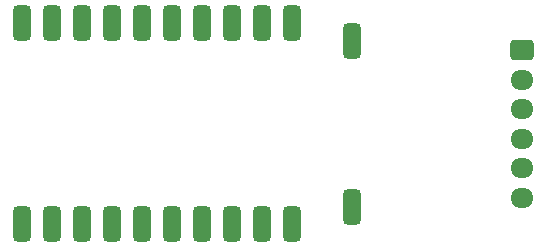
<source format=gbr>
%TF.GenerationSoftware,KiCad,Pcbnew,5.99.0-unknown-881cb3182b~117~ubuntu18.04.1*%
%TF.CreationDate,2021-02-21T21:18:57+01:00*%
%TF.ProjectId,stanislao_nrf,7374616e-6973-46c6-916f-5f6e72662e6b,rev?*%
%TF.SameCoordinates,Original*%
%TF.FileFunction,Soldermask,Bot*%
%TF.FilePolarity,Negative*%
%FSLAX46Y46*%
G04 Gerber Fmt 4.6, Leading zero omitted, Abs format (unit mm)*
G04 Created by KiCad (PCBNEW 5.99.0-unknown-881cb3182b~117~ubuntu18.04.1) date 2021-02-21 21:18:57*
%MOMM*%
%LPD*%
G01*
G04 APERTURE LIST*
G04 Aperture macros list*
%AMRoundRect*
0 Rectangle with rounded corners*
0 $1 Rounding radius*
0 $2 $3 $4 $5 $6 $7 $8 $9 X,Y pos of 4 corners*
0 Add a 4 corners polygon primitive as box body*
4,1,4,$2,$3,$4,$5,$6,$7,$8,$9,$2,$3,0*
0 Add four circle primitives for the rounded corners*
1,1,$1+$1,$2,$3*
1,1,$1+$1,$4,$5*
1,1,$1+$1,$6,$7*
1,1,$1+$1,$8,$9*
0 Add four rect primitives between the rounded corners*
20,1,$1+$1,$2,$3,$4,$5,0*
20,1,$1+$1,$4,$5,$6,$7,0*
20,1,$1+$1,$6,$7,$8,$9,0*
20,1,$1+$1,$8,$9,$2,$3,0*%
G04 Aperture macros list end*
%ADD10RoundRect,0.377000X-0.377000X1.131000X-0.377000X-1.131000X0.377000X-1.131000X0.377000X1.131000X0*%
%ADD11RoundRect,0.250000X-0.725000X0.600000X-0.725000X-0.600000X0.725000X-0.600000X0.725000X0.600000X0*%
%ADD12O,1.950000X1.700000*%
G04 APERTURE END LIST*
D10*
%TO.C,U1*%
X76055000Y-61500000D03*
X81135000Y-77000000D03*
X81135000Y-63000000D03*
X73515000Y-61500000D03*
X70975000Y-61500000D03*
X53195000Y-61500000D03*
X53195000Y-78500000D03*
X60815000Y-61500000D03*
X58275000Y-61500000D03*
X55735000Y-61500000D03*
X60815000Y-78500000D03*
X68435000Y-61500000D03*
X65895000Y-61500000D03*
X63355000Y-78500000D03*
X65895000Y-78500000D03*
X68435000Y-78500000D03*
X70975000Y-78500000D03*
X73515000Y-78500000D03*
X76055000Y-78500000D03*
X55735000Y-78500000D03*
X58275000Y-78500000D03*
X63355000Y-61500000D03*
%TD*%
D11*
%TO.C,J1*%
X95550000Y-63750000D03*
D12*
X95550000Y-66250000D03*
X95550000Y-68750000D03*
X95550000Y-71250000D03*
X95550000Y-73750000D03*
X95550000Y-76250000D03*
%TD*%
M02*

</source>
